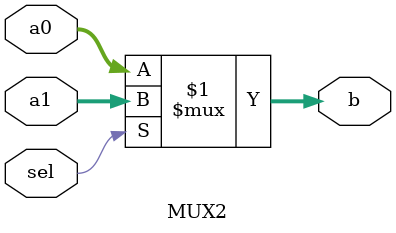
<source format=v>
module MUX2(a0, a1, sel, b);
input[31:0] a0, a1;
input sel;
output[31:0] b;

assign b=sel?a1:a0;

endmodule

</source>
